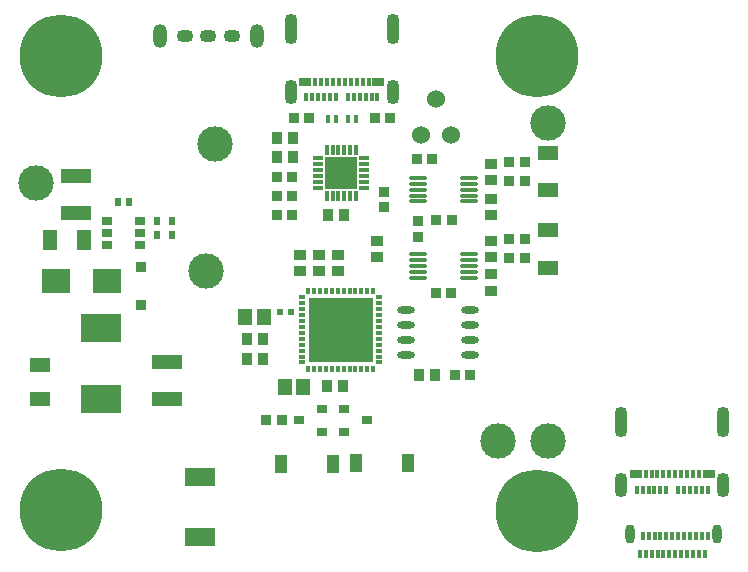
<source format=gbr>
%FSTAX23Y23*%
%MOIN*%
%SFA1B1*%

%IPPOS*%
%AMD13*
4,1,8,0.027600,0.005500,-0.027600,0.005500,-0.028900,0.004100,-0.028900,-0.004100,-0.027600,-0.005500,0.027600,-0.005500,0.028900,-0.004100,0.028900,0.004100,0.027600,0.005500,0.0*
1,1,0.002756,0.027600,0.004100*
1,1,0.002756,-0.027600,0.004100*
1,1,0.002756,-0.027600,-0.004100*
1,1,0.002756,0.027600,-0.004100*
%
%AMD22*
4,1,8,-0.006900,0.007100,-0.006900,-0.007100,-0.005200,-0.008900,0.005200,-0.008900,0.006900,-0.007100,0.006900,0.007100,0.005200,0.008900,-0.005200,0.008900,-0.006900,0.007100,0.0*
1,1,0.003444,-0.005200,0.007100*
1,1,0.003444,-0.005200,-0.007100*
1,1,0.003444,0.005200,-0.007100*
1,1,0.003444,0.005200,0.007100*
%
%AMD23*
4,1,8,0.007100,0.006900,-0.007100,0.006900,-0.008900,0.005200,-0.008900,-0.005200,-0.007100,-0.006900,0.007100,-0.006900,0.008900,-0.005200,0.008900,0.005200,0.007100,0.006900,0.0*
1,1,0.003444,0.007100,0.005200*
1,1,0.003444,-0.007100,0.005200*
1,1,0.003444,-0.007100,-0.005200*
1,1,0.003444,0.007100,-0.005200*
%
%AMD24*
4,1,8,0.005100,-0.015800,0.005100,0.015800,0.004800,0.016100,-0.004800,0.016100,-0.005100,0.015800,-0.005100,-0.015800,-0.004800,-0.016100,0.004800,-0.016100,0.005100,-0.015800,0.0*
1,1,0.000716,0.004800,-0.015800*
1,1,0.000716,0.004800,0.015800*
1,1,0.000716,-0.004800,0.015800*
1,1,0.000716,-0.004800,-0.015800*
%
%AMD25*
4,1,8,0.005100,-0.016200,0.005100,0.016200,0.004800,0.016500,-0.004800,0.016500,-0.005100,0.016200,-0.005100,-0.016200,-0.004800,-0.016500,0.004800,-0.016500,0.005100,-0.016200,0.0*
1,1,0.000716,0.004800,-0.016200*
1,1,0.000716,0.004800,0.016200*
1,1,0.000716,-0.004800,0.016200*
1,1,0.000716,-0.004800,-0.016200*
%
%AMD26*
4,1,8,0.015800,0.005100,-0.015800,0.005100,-0.016100,0.004800,-0.016100,-0.004800,-0.015800,-0.005100,0.015800,-0.005100,0.016100,-0.004800,0.016100,0.004800,0.015800,0.005100,0.0*
1,1,0.000716,0.015800,0.004800*
1,1,0.000716,-0.015800,0.004800*
1,1,0.000716,-0.015800,-0.004800*
1,1,0.000716,0.015800,-0.004800*
%
%ADD11R,0.041339X0.062992*%
%ADD12R,0.011811X0.031496*%
G04~CAMADD=13~8~0.0~0.0~578.7~110.2~13.8~0.0~15~0.0~0.0~0.0~0.0~0~0.0~0.0~0.0~0.0~0~0.0~0.0~0.0~0.0~578.7~110.2*
%ADD13D13*%
%ADD14R,0.033465X0.037402*%
%ADD15R,0.066929X0.045276*%
%ADD16R,0.039370X0.035433*%
%ADD17R,0.011811X0.027559*%
%ADD18R,0.039370X0.027559*%
%ADD19R,0.019685X0.023622*%
%ADD20R,0.051181X0.055118*%
%ADD21R,0.212598X0.212598*%
G04~CAMADD=22~8~0.0~0.0~177.2~137.8~17.2~0.0~15~0.0~0.0~0.0~0.0~0~0.0~0.0~0.0~0.0~0~0.0~0.0~0.0~90.0~138.0~178.0*
%ADD22D22*%
G04~CAMADD=23~8~0.0~0.0~177.2~137.8~17.2~0.0~15~0.0~0.0~0.0~0.0~0~0.0~0.0~0.0~0.0~0~0.0~0.0~0.0~0.0~177.2~137.8*
%ADD23D23*%
G04~CAMADD=24~8~0.0~0.0~322.8~102.4~3.6~0.0~15~0.0~0.0~0.0~0.0~0~0.0~0.0~0.0~0.0~0~0.0~0.0~0.0~270.0~102.0~322.0*
%ADD24D24*%
G04~CAMADD=25~8~0.0~0.0~330.7~102.4~3.6~0.0~15~0.0~0.0~0.0~0.0~0~0.0~0.0~0.0~0.0~0~0.0~0.0~0.0~270.0~102.0~330.0*
%ADD25D25*%
G04~CAMADD=26~8~0.0~0.0~322.8~102.4~3.6~0.0~15~0.0~0.0~0.0~0.0~0~0.0~0.0~0.0~0.0~0~0.0~0.0~0.0~0.0~322.8~102.4*
%ADD26D26*%
%ADD27R,0.106299X0.106299*%
%ADD28R,0.137795X0.092520*%
%ADD29R,0.035433X0.039370*%
%ADD30R,0.098425X0.045276*%
%ADD31R,0.096457X0.084646*%
%ADD32R,0.070866X0.051181*%
%ADD33R,0.037402X0.025591*%
%ADD34R,0.023622X0.025197*%
%ADD35R,0.023622X0.029528*%
%ADD36R,0.051181X0.070866*%
%ADD37R,0.037402X0.035433*%
%ADD38R,0.037402X0.033465*%
%ADD39R,0.102362X0.059055*%
%ADD40R,0.035433X0.031496*%
%ADD41O,0.059055X0.023622*%
%ADD42R,0.015748X0.027559*%
%ADD52C,0.060000*%
%ADD53O,0.031496X0.062992*%
%ADD54C,0.275591*%
%ADD55O,0.043307X0.082677*%
%ADD56O,0.043307X0.102362*%
%ADD57O,0.047240X0.078740*%
%ADD58O,0.055118X0.043307*%
%ADD59C,0.118110*%
%LNpcb_power_measurement_pads_top-1*%
%LPD*%
G54D11*
X03369Y02034D03*
X03194D03*
X03619Y02035D03*
X03444D03*
G54D12*
X04607Y01734D03*
X04587D03*
X04568D03*
X04548D03*
X04528D03*
X04509D03*
X04489D03*
X04469D03*
X0445D03*
X0443D03*
X0441D03*
X0439D03*
X044Y01793D03*
X0442D03*
X0444D03*
X04459D03*
X04479D03*
X04499D03*
X04518D03*
X04538D03*
X04558D03*
X04577D03*
X04597D03*
X04617D03*
G54D13*
X03652Y02733D03*
Y02714D03*
Y02694D03*
Y02674D03*
Y02654D03*
X03821D03*
Y02674D03*
Y02694D03*
Y02714D03*
Y02733D03*
X03652Y02986D03*
Y02967D03*
Y02947D03*
Y02927D03*
Y02908D03*
X03821D03*
Y02927D03*
Y02947D03*
Y02967D03*
Y02986D03*
G54D14*
X03699Y03049D03*
X03648D03*
X03711Y02603D03*
X03762D03*
X04006Y02977D03*
X03955D03*
X04006Y02782D03*
X03955D03*
X04006Y02719D03*
X03955D03*
X03763Y02847D03*
X03712D03*
X04006Y0304D03*
X03955D03*
X03145Y02179D03*
X03196D03*
X03773Y02328D03*
X03824D03*
X03181Y02927D03*
X03232D03*
Y02864D03*
X03181D03*
X03232Y0299D03*
X03181D03*
X03507Y03185D03*
X03559D03*
X03236D03*
X03287D03*
G54D15*
X04085Y02687D03*
Y02812D03*
Y02945D03*
Y03069D03*
G54D16*
X03895Y02665D03*
Y02611D03*
Y02864D03*
Y02917D03*
Y02981D03*
Y03034D03*
Y02777D03*
Y02724D03*
X03513Y02776D03*
Y02723D03*
X03385Y0273D03*
Y02677D03*
X03322Y0273D03*
Y02677D03*
X03259D03*
Y0273D03*
G54D17*
X04597Y01946D03*
X04577D03*
X04558D03*
X04538D03*
X04518D03*
X04617D03*
X04459D03*
X04439D03*
X0442D03*
X044D03*
X0438D03*
X04479D03*
X0441Y01998D03*
X0443D03*
X04449D03*
X04469D03*
X04489D03*
X04528D03*
X04548D03*
X04567D03*
X04587D03*
X04508D03*
X03407Y03307D03*
X03486D03*
X03466D03*
X03446D03*
X03427D03*
X03387D03*
X03368D03*
X03348D03*
X03328D03*
X03309D03*
X03377Y03255D03*
X03279D03*
X03299D03*
X03318D03*
X03338D03*
X03358D03*
X03515D03*
X03417D03*
X03437D03*
X03456D03*
X03476D03*
X03496D03*
G54D18*
X04376Y01998D03*
X04621Y01998D03*
X03519Y03307D03*
X03275Y03307D03*
G54D19*
X03227Y02539D03*
X03192D03*
G54D20*
X03269Y0229D03*
X03206D03*
X03073Y02522D03*
X03136D03*
G54D21*
X03393Y0248D03*
G54D22*
X03285Y02608D03*
X03305D03*
X03324D03*
X03344D03*
X03364D03*
X03383D03*
X03403D03*
X03423D03*
X03442D03*
X03462D03*
X03482D03*
X03501D03*
Y02351D03*
X03482D03*
X03462D03*
X03442D03*
X03423D03*
X03403D03*
X03383D03*
X03364D03*
X03344D03*
X03324D03*
X03305D03*
X03285D03*
G54D23*
X03522Y02588D03*
Y02568D03*
Y02549D03*
Y02529D03*
Y02509D03*
Y0249D03*
Y0247D03*
Y0245D03*
Y02431D03*
Y02411D03*
Y02391D03*
Y02372D03*
X03265D03*
Y02391D03*
Y02411D03*
Y02431D03*
Y0245D03*
Y0247D03*
Y0249D03*
Y02509D03*
Y02529D03*
Y02549D03*
Y02568D03*
Y02588D03*
G54D24*
X03405Y0308D03*
X03425D03*
X03385D03*
X03366D03*
X03346D03*
X03385Y02926D03*
X03366D03*
X03346D03*
X03405D03*
X03425D03*
X03444D03*
G54D25*
X03444Y03081D03*
G54D26*
X03318Y03013D03*
Y03033D03*
Y03053D03*
Y02994D03*
Y02974D03*
Y02954D03*
X03472Y02994D03*
Y02974D03*
Y02954D03*
Y03013D03*
Y03033D03*
Y03053D03*
G54D27*
X03395Y03003D03*
G54D28*
X02594Y02485D03*
Y02249D03*
G54D29*
X03347Y02293D03*
X034D03*
X03655Y02328D03*
X03708D03*
X03082Y02384D03*
X03135D03*
X03082Y0245D03*
X03135D03*
X03404Y02862D03*
X03351D03*
X03233Y03057D03*
X0318D03*
Y0312D03*
X03233D03*
G54D30*
X02815Y02373D03*
Y02249D03*
X02511Y02868D03*
Y02992D03*
G54D31*
X02445Y02643D03*
X02615D03*
G54D32*
X0239Y0225D03*
Y02364D03*
G54D33*
X02615Y02763D03*
Y02803D03*
Y02842D03*
X02723D03*
Y02803D03*
Y02763D03*
G54D34*
X02687Y02905D03*
X02652D03*
G54D35*
X0283Y02842D03*
Y02797D03*
X02781D03*
Y02842D03*
G54D36*
X02423Y0278D03*
X02537D03*
G54D37*
X02727Y02564D03*
Y02688D03*
G54D38*
X03652Y02791D03*
Y02842D03*
X03537Y02889D03*
Y0294D03*
G54D39*
X02924Y0199D03*
Y01789D03*
G54D40*
X03253Y02178D03*
X03332Y02215D03*
Y0214D03*
X03482Y02178D03*
X03403Y0214D03*
Y02215D03*
G54D41*
X03823Y02396D03*
Y02446D03*
Y02496D03*
Y02546D03*
X03611Y02396D03*
Y02446D03*
Y02496D03*
Y02546D03*
G54D42*
X03444Y03183D03*
X03417D03*
X0335D03*
X03377D03*
G54D52*
X03662Y0313D03*
X03762D03*
X0371Y0325D03*
G54D53*
X04649Y018D03*
X04358D03*
G54D54*
X02461Y0188D03*
X04049Y01875D03*
Y03393D03*
X02461D03*
G54D55*
X04328Y01962D03*
X04669D03*
X03567Y03272D03*
X03227D03*
G54D56*
X04329Y02173D03*
X04669D03*
X03568Y03482D03*
X03228D03*
G54D57*
X02791Y03459D03*
X03114D03*
G54D58*
X03031Y03459D03*
X02874D03*
X02952D03*
G54D59*
X02975Y031D03*
X03918Y02111D03*
X02945Y02677D03*
X02376Y02969D03*
X04085Y02111D03*
Y03169D03*
M02*
</source>
